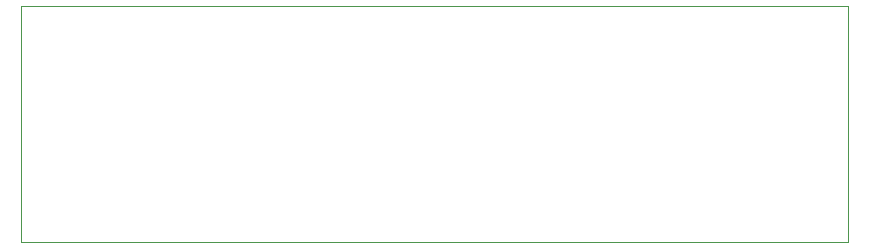
<source format=gbr>
%TF.GenerationSoftware,KiCad,Pcbnew,9.0.6*%
%TF.CreationDate,2026-01-20T00:14:12+05:30*%
%TF.ProjectId,buck_conv_lmr51430,6275636b-5f63-46f6-9e76-5f6c6d723531,rev?*%
%TF.SameCoordinates,Original*%
%TF.FileFunction,Profile,NP*%
%FSLAX46Y46*%
G04 Gerber Fmt 4.6, Leading zero omitted, Abs format (unit mm)*
G04 Created by KiCad (PCBNEW 9.0.6) date 2026-01-20 00:14:12*
%MOMM*%
%LPD*%
G01*
G04 APERTURE LIST*
%TA.AperFunction,Profile*%
%ADD10C,0.050000*%
%TD*%
G04 APERTURE END LIST*
D10*
X120000000Y-80000000D02*
X190000000Y-80000000D01*
X190000000Y-100000000D01*
X120000000Y-100000000D01*
X120000000Y-80000000D01*
M02*

</source>
